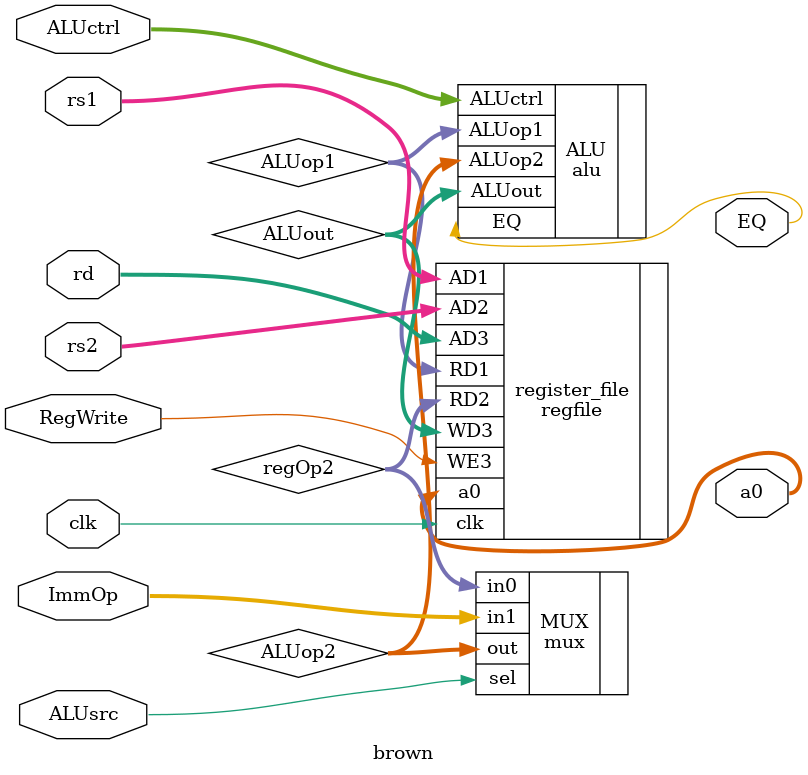
<source format=sv>
module brown#(
    parameter ADDRESS_WIDTH = 5,
    parameter DATA_WIDTH = 32
)(
    input logic clk,
    input logic ALUsrc,
    input logic [2:0] ALUctrl,
    input logic RegWrite,
    input logic [ADDRESS_WIDTH-1:0] rs1,
    input logic [ADDRESS_WIDTH-1:0] rs2,
    input logic [ADDRESS_WIDTH-1:0] rd,
    input logic [DATA_WIDTH-1:0] ImmOp,
    output logic [DATA_WIDTH-1:0] a0,
    output logic EQ
);

logic [DATA_WIDTH-1:0] ALUop2;
logic [DATA_WIDTH-1:0] regOp2;
logic [DATA_WIDTH-1:0] ALUop1;
logic [DATA_WIDTH-1:0] ALUout;   

regfile register_file(
    .clk(clk),
    .AD1(rs1),
    .AD2(rs2),
    .AD3(rd),
    .WE3(RegWrite),
    .WD3(ALUout),
    .RD1(ALUop1),
    .RD2(regOp2),
    .a0(a0)
);

alu ALU(
    .ALUop1(ALUop1),
    .ALUop2(ALUop2),
    .ALUctrl(ALUctrl),
    .ALUout(ALUout),
    .EQ(EQ)
);

mux MUX(
    .in0(regOp2),
    .in1(ImmOp),
    .sel(ALUsrc),
    .out(ALUop2)
);

endmodule

</source>
